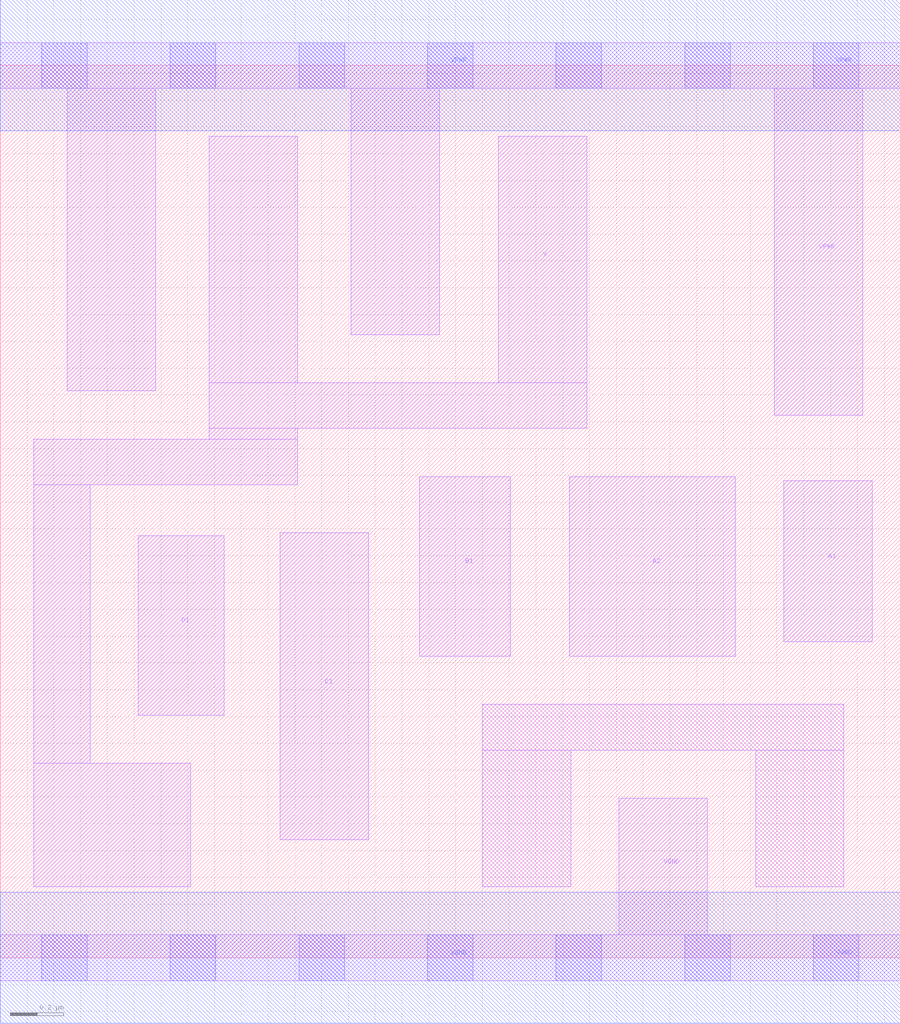
<source format=lef>
# Copyright 2020 The SkyWater PDK Authors
#
# Licensed under the Apache License, Version 2.0 (the "License");
# you may not use this file except in compliance with the License.
# You may obtain a copy of the License at
#
#     https://www.apache.org/licenses/LICENSE-2.0
#
# Unless required by applicable law or agreed to in writing, software
# distributed under the License is distributed on an "AS IS" BASIS,
# WITHOUT WARRANTIES OR CONDITIONS OF ANY KIND, either express or implied.
# See the License for the specific language governing permissions and
# limitations under the License.
#
# SPDX-License-Identifier: Apache-2.0

VERSION 5.7 ;
  NAMESCASESENSITIVE ON ;
  NOWIREEXTENSIONATPIN ON ;
  DIVIDERCHAR "/" ;
  BUSBITCHARS "[]" ;
UNITS
  DATABASE MICRONS 200 ;
END UNITS
MACRO sky130_fd_sc_lp__o2111ai_lp
  CLASS CORE ;
  SOURCE USER ;
  FOREIGN sky130_fd_sc_lp__o2111ai_lp ;
  ORIGIN  0.000000  0.000000 ;
  SIZE  3.360000 BY  3.330000 ;
  SYMMETRY X Y R90 ;
  SITE unit ;
  PIN A1
    ANTENNAGATEAREA  0.313000 ;
    DIRECTION INPUT ;
    USE SIGNAL ;
    PORT
      LAYER li1 ;
        RECT 2.925000 1.180000 3.255000 1.780000 ;
    END
  END A1
  PIN A2
    ANTENNAGATEAREA  0.313000 ;
    DIRECTION INPUT ;
    USE SIGNAL ;
    PORT
      LAYER li1 ;
        RECT 2.125000 1.125000 2.745000 1.795000 ;
    END
  END A2
  PIN B1
    ANTENNAGATEAREA  0.313000 ;
    DIRECTION INPUT ;
    USE SIGNAL ;
    PORT
      LAYER li1 ;
        RECT 1.565000 1.125000 1.905000 1.795000 ;
    END
  END B1
  PIN C1
    ANTENNAGATEAREA  0.313000 ;
    DIRECTION INPUT ;
    USE SIGNAL ;
    PORT
      LAYER li1 ;
        RECT 1.045000 0.440000 1.375000 1.585000 ;
    END
  END C1
  PIN D1
    ANTENNAGATEAREA  0.313000 ;
    DIRECTION INPUT ;
    USE SIGNAL ;
    PORT
      LAYER li1 ;
        RECT 0.515000 0.905000 0.835000 1.575000 ;
    END
  END D1
  PIN Y
    ANTENNADIFFAREA  0.679700 ;
    DIRECTION OUTPUT ;
    USE SIGNAL ;
    PORT
      LAYER li1 ;
        RECT 0.125000 0.265000 0.710000 0.725000 ;
        RECT 0.125000 0.725000 0.335000 1.765000 ;
        RECT 0.125000 1.765000 1.110000 1.935000 ;
        RECT 0.780000 1.935000 1.110000 1.975000 ;
        RECT 0.780000 1.975000 2.190000 2.145000 ;
        RECT 0.780000 2.145000 1.110000 3.065000 ;
        RECT 1.860000 2.145000 2.190000 3.065000 ;
    END
  END Y
  PIN VGND
    DIRECTION INOUT ;
    USE GROUND ;
    PORT
      LAYER li1 ;
        RECT 0.000000 -0.085000 3.360000 0.085000 ;
        RECT 2.310000  0.085000 2.640000 0.595000 ;
      LAYER mcon ;
        RECT 0.155000 -0.085000 0.325000 0.085000 ;
        RECT 0.635000 -0.085000 0.805000 0.085000 ;
        RECT 1.115000 -0.085000 1.285000 0.085000 ;
        RECT 1.595000 -0.085000 1.765000 0.085000 ;
        RECT 2.075000 -0.085000 2.245000 0.085000 ;
        RECT 2.555000 -0.085000 2.725000 0.085000 ;
        RECT 3.035000 -0.085000 3.205000 0.085000 ;
      LAYER met1 ;
        RECT 0.000000 -0.245000 3.360000 0.245000 ;
    END
  END VGND
  PIN VPWR
    DIRECTION INOUT ;
    USE POWER ;
    PORT
      LAYER li1 ;
        RECT 0.000000 3.245000 3.360000 3.415000 ;
        RECT 0.250000 2.115000 0.580000 3.245000 ;
        RECT 1.310000 2.325000 1.640000 3.245000 ;
        RECT 2.890000 2.025000 3.220000 3.245000 ;
      LAYER mcon ;
        RECT 0.155000 3.245000 0.325000 3.415000 ;
        RECT 0.635000 3.245000 0.805000 3.415000 ;
        RECT 1.115000 3.245000 1.285000 3.415000 ;
        RECT 1.595000 3.245000 1.765000 3.415000 ;
        RECT 2.075000 3.245000 2.245000 3.415000 ;
        RECT 2.555000 3.245000 2.725000 3.415000 ;
        RECT 3.035000 3.245000 3.205000 3.415000 ;
      LAYER met1 ;
        RECT 0.000000 3.085000 3.360000 3.575000 ;
    END
  END VPWR
  OBS
    LAYER li1 ;
      RECT 1.800000 0.265000 2.130000 0.775000 ;
      RECT 1.800000 0.775000 3.150000 0.945000 ;
      RECT 2.820000 0.265000 3.150000 0.775000 ;
  END
END sky130_fd_sc_lp__o2111ai_lp

</source>
